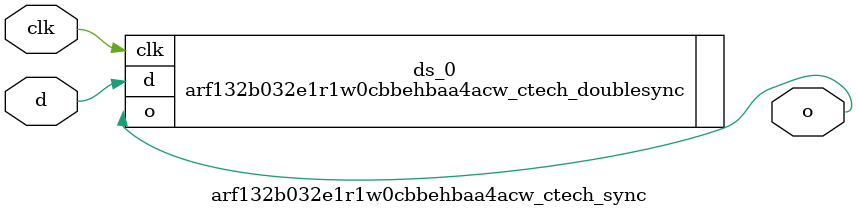
<source format=sv>

`ifndef ARF132B032E1R1W0CBBEHBAA4ACW_CTECH_SYNC_SV
`define ARF132B032E1R1W0CBBEHBAA4ACW_CTECH_SYNC_SV

module arf132b032e1r1w0cbbehbaa4acw_ctech_sync (
  input  logic  clk,
  input  logic  d,

  output logic  o
);

  arf132b032e1r1w0cbbehbaa4acw_ctech_doublesync ds_0 (.o(o), .d(d), .clk(clk));

endmodule // arf132b032e1r1w0cbbehbaa4acw_ctech_sync

`endif // ARF132B032E1R1W0CBBEHBAA4ACW_CTECH_SYNC_SV
</source>
